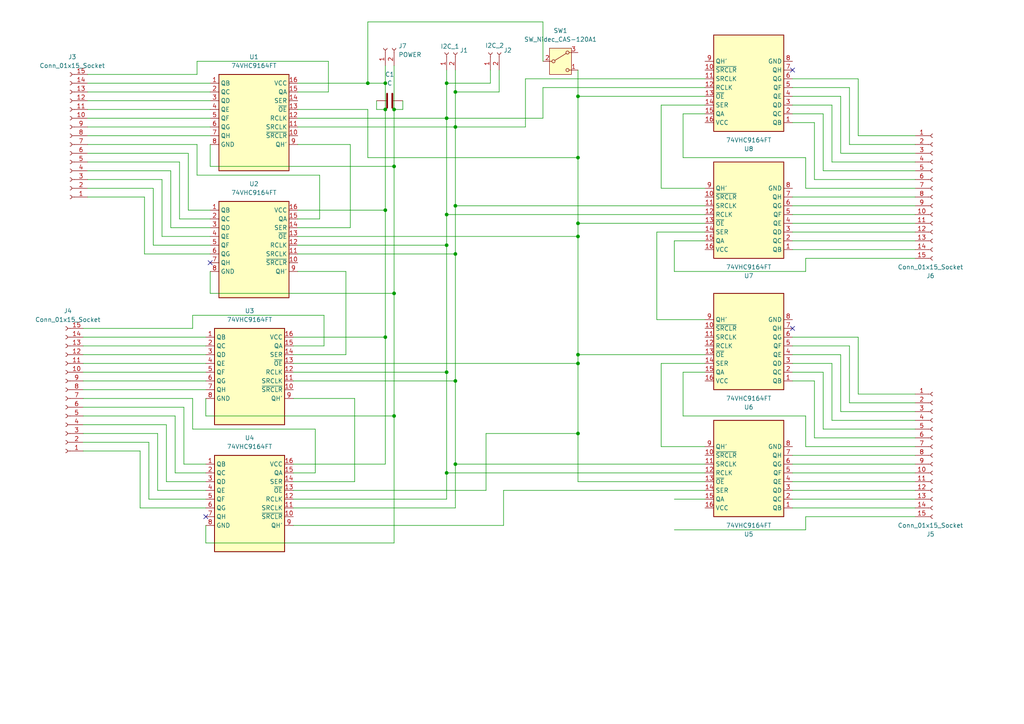
<source format=kicad_sch>
(kicad_sch (version 20231120) (generator "eeschema") (generator_version "8.0")
  (paper "A4")
  (lib_symbols
    (symbol "00_a:U74HC595A"
      (property "Reference" "U" (at 5.08 16.51 0))
      (property "Value" "U74HC595A" (at -8.89 16.51 0))
      (symbol "U74HC595A_1_1"
        (rectangle (start -10.16 12.7) (end 10.16 -15.24) (stroke (width 0.254)) (fill (type background)))
        (pin output line (at -12.7 10.16 0) (length 2.54) (name "QB") (number "1"))
        (pin bidirectional line (at 12.7 -5.08 180) (length 2.54) (name "~{SRCLR}") (number "10"))
        (pin bidirectional line (at 12.7 -2.54 180) (length 2.54) (name "SRCLK") (number "11"))
        (pin bidirectional line (at 12.7 0 180) (length 2.54) (name "RCLK") (number "12"))
        (pin bidirectional line (at 12.7 2.54 180) (length 2.54) (name "~{OE}") (number "13"))
        (pin output line (at 12.7 5.08 180) (length 2.54) (name "SER") (number "14"))
        (pin output line (at 12.7 7.62 180) (length 2.54) (name "QA") (number "15"))
        (pin power_in line (at 12.7 10.16 180) (length 2.54) (name "VCC") (number "16"))
        (pin output line (at -12.7 7.62 0) (length 2.54) (name "QC") (number "2"))
        (pin output line (at -12.7 5.08 0) (length 2.54) (name "QD") (number "3"))
        (pin output line (at -12.7 2.54 0) (length 2.54) (name "QE") (number "4"))
        (pin output line (at -12.7 0 0) (length 2.54) (name "QF") (number "5"))
        (pin output line (at -12.7 -2.54 0) (length 2.54) (name "QG") (number "6"))
        (pin output line (at -12.7 -5.08 0) (length 2.54) (name "QH") (number "7"))
        (pin power_in line (at -12.7 -7.62 0) (length 2.54) (name "GND") (number "8"))
        (pin bidirectional line (at 12.7 -7.62 180) (length 2.54) (name "QH'") (number "9"))
      )
    )
    (symbol "Connector:Conn_01x02_Socket" (pin_names (offset 1.016) hide)
      (property "Reference" "J" (at 0 2.54 0))
      (property "Value" "Conn_01x02_Socket" (at 0 -5.08 0))
      (symbol "Conn_01x02_Socket_1_1"
        (arc (start 0 -2.032) (mid -0.5058 -2.54) (end 0 -3.048) (stroke (width 0.1524)))
        (polyline (pts (xy -1.27 -2.54) (xy -0.508 -2.54)) (stroke (width 0.1524)))
        (polyline (pts (xy -1.27 0) (xy -0.508 0)) (stroke (width 0.1524)))
        (arc (start 0 0.508) (mid -0.5058 0) (end 0 -0.508) (stroke (width 0.1524)))
        (pin passive line (at -5.08 0 0) (length 3.81) (name "Pin_1") (number "1"))
        (pin passive line (at -5.08 -2.54 0) (length 3.81) (name "Pin_2") (number "2"))
      )
    )
    (symbol "Connector:Conn_01x15_Socket" (pin_names (offset 1.016) hide)
      (property "Reference" "J" (at 0 20.32 0))
      (property "Value" "Conn_01x15_Socket" (at 0 -20.32 0))
      (symbol "Conn_01x15_Socket_1_1"
        (arc (start 0 -17.272) (mid -0.5058 -17.78) (end 0 -18.288) (stroke (width 0.1524)))
        (arc (start 0 -14.732) (mid -0.5058 -15.24) (end 0 -15.748) (stroke (width 0.1524)))
        (arc (start 0 -12.192) (mid -0.5058 -12.7) (end 0 -13.208) (stroke (width 0.1524)))
        (arc (start 0 -9.652) (mid -0.5058 -10.16) (end 0 -10.668) (stroke (width 0.1524)))
        (arc (start 0 -7.112) (mid -0.5058 -7.62) (end 0 -8.128) (stroke (width 0.1524)))
        (arc (start 0 -4.572) (mid -0.5058 -5.08) (end 0 -5.588) (stroke (width 0.1524)))
        (arc (start 0 -2.032) (mid -0.5058 -2.54) (end 0 -3.048) (stroke (width 0.1524)))
        (polyline (pts (xy -1.27 -17.78) (xy -0.508 -17.78)) (stroke (width 0.1524)))
        (polyline (pts (xy -1.27 -15.24) (xy -0.508 -15.24)) (stroke (width 0.1524)))
        (polyline (pts (xy -1.27 -12.7) (xy -0.508 -12.7)) (stroke (width 0.1524)))
        (polyline (pts (xy -1.27 -10.16) (xy -0.508 -10.16)) (stroke (width 0.1524)))
        (polyline (pts (xy -1.27 -7.62) (xy -0.508 -7.62)) (stroke (width 0.1524)))
        (polyline (pts (xy -1.27 -5.08) (xy -0.508 -5.08)) (stroke (width 0.1524)))
        (polyline (pts (xy -1.27 -2.54) (xy -0.508 -2.54)) (stroke (width 0.1524)))
        (polyline (pts (xy -1.27 0) (xy -0.508 0)) (stroke (width 0.1524)))
        (polyline (pts (xy -1.27 2.54) (xy -0.508 2.54)) (stroke (width 0.1524)))
        (polyline (pts (xy -1.27 5.08) (xy -0.508 5.08)) (stroke (width 0.1524)))
        (polyline (pts (xy -1.27 7.62) (xy -0.508 7.62)) (stroke (width 0.1524)))
        (polyline (pts (xy -1.27 10.16) (xy -0.508 10.16)) (stroke (width 0.1524)))
        (polyline (pts (xy -1.27 12.7) (xy -0.508 12.7)) (stroke (width 0.1524)))
        (polyline (pts (xy -1.27 15.24) (xy -0.508 15.24)) (stroke (width 0.1524)))
        (polyline (pts (xy -1.27 17.78) (xy -0.508 17.78)) (stroke (width 0.1524)))
        (arc (start 0 0.508) (mid -0.5058 0) (end 0 -0.508) (stroke (width 0.1524)))
        (arc (start 0 3.048) (mid -0.5058 2.54) (end 0 2.032) (stroke (width 0.1524)))
        (arc (start 0 5.588) (mid -0.5058 5.08) (end 0 4.572) (stroke (width 0.1524)))
        (arc (start 0 8.128) (mid -0.5058 7.62) (end 0 7.112) (stroke (width 0.1524)))
        (arc (start 0 10.668) (mid -0.5058 10.16) (end 0 9.652) (stroke (width 0.1524)))
        (arc (start 0 13.208) (mid -0.5058 12.7) (end 0 12.192) (stroke (width 0.1524)))
        (arc (start 0 15.748) (mid -0.5058 15.24) (end 0 14.732) (stroke (width 0.1524)))
        (arc (start 0 18.288) (mid -0.5058 17.78) (end 0 17.272) (stroke (width 0.1524)))
        (pin passive line (at -5.08 17.78 0) (length 3.81) (name "Pin_1") (number "1"))
        (pin passive line (at -5.08 -5.08 0) (length 3.81) (name "Pin_10") (number "10"))
        (pin passive line (at -5.08 -7.62 0) (length 3.81) (name "Pin_11") (number "11"))
        (pin passive line (at -5.08 -10.16 0) (length 3.81) (name "Pin_12") (number "12"))
        (pin passive line (at -5.08 -12.7 0) (length 3.81) (name "Pin_13") (number "13"))
        (pin passive line (at -5.08 -15.24 0) (length 3.81) (name "Pin_14") (number "14"))
        (pin passive line (at -5.08 -17.78 0) (length 3.81) (name "Pin_15") (number "15"))
        (pin passive line (at -5.08 15.24 0) (length 3.81) (name "Pin_2") (number "2"))
        (pin passive line (at -5.08 12.7 0) (length 3.81) (name "Pin_3") (number "3"))
        (pin passive line (at -5.08 10.16 0) (length 3.81) (name "Pin_4") (number "4"))
        (pin passive line (at -5.08 7.62 0) (length 3.81) (name "Pin_5") (number "5"))
        (pin passive line (at -5.08 5.08 0) (length 3.81) (name "Pin_6") (number "6"))
        (pin passive line (at -5.08 2.54 0) (length 3.81) (name "Pin_7") (number "7"))
        (pin passive line (at -5.08 0 0) (length 3.81) (name "Pin_8") (number "8"))
        (pin passive line (at -5.08 -2.54 0) (length 3.81) (name "Pin_9") (number "9"))
      )
    )
    (symbol "Device:C" (pin_numbers hide) (pin_names (offset 0.254))
      (property "Reference" "C" (at 0.635 2.54 0))
      (property "Value" "C" (at 0.635 -2.54 0))
      (symbol "C_0_1"
        (polyline (pts (xy -2.032 -0.762) (xy 2.032 -0.762)) (stroke (width 0.508)))
        (polyline (pts (xy -2.032 0.762) (xy 2.032 0.762)) (stroke (width 0.508)))
      )
      (symbol "C_1_1"
        (pin passive line (at 0 3.81 270) (length 2.794) (name "~") (number "1"))
        (pin passive line (at 0 -3.81 90) (length 2.794) (name "~") (number "2"))
      )
    )
    (symbol "Switch:SW_Nidec_CAS-120A1" (pin_names (offset 1) hide)
      (property "Reference" "SW" (at 0 4.318 0))
      (property "Value" "SW_Nidec_CAS-120A1" (at 0 -5.08 0))
      (symbol "SW_Nidec_CAS-120A1_0_1"
        (circle (center -2.032 0) (radius 0.4572))
        (polyline (pts (xy -1.651 0.254) (xy 1.651 2.286)))
        (circle (center 2.032 -2.54) (radius 0.4572))
        (circle (center 2.032 2.54) (radius 0.4572))
      )
      (symbol "SW_Nidec_CAS-120A1_1_1"
        (rectangle (start -3.175 3.81) (end 3.175 -3.81) (fill (type background)))
        (pin passive line (at 5.08 -2.54 180) (length 2.54) (name "C") (number "1"))
        (pin passive line (at -5.08 0 0) (length 2.54) (name "B") (number "2"))
        (pin passive line (at 5.08 2.54 180) (length 2.54) (name "A") (number "3"))
      )
    )
  )
  (junction (at 111.76 97.79))
  (junction (at 129.54 71.12))
  (junction (at 167.64 27.94))
  (junction (at 132.08 110.49))
  (junction (at 132.08 73.66))
  (junction (at 129.54 107.95))
  (junction (at 167.64 105.41))
  (junction (at 106.68 24.13))
  (junction (at 167.64 64.77))
  (junction (at 167.64 68.58))
  (junction (at 132.08 36.83))
  (junction (at 129.54 62.23))
  (junction (at 114.3 48.26))
  (junction (at 114.3 85.09))
  (junction (at 129.54 24.13))
  (junction (at 132.08 59.69))
  (junction (at 167.64 125.73))
  (junction (at 167.64 102.87))
  (junction (at 132.08 26.67))
  (junction (at 111.76 31.75))
  (junction (at 167.64 45.72))
  (junction (at 114.3 120.65))
  (junction (at 114.3 31.75))
  (junction (at 132.08 134.62))
  (junction (at 111.76 60.96))
  (junction (at 129.54 34.29))
  (junction (at 129.54 137.16))
  (junction (at 111.76 24.13))
  (no_connect (at 59.69 149.86))
  (no_connect (at 229.87 95.25))
  (no_connect (at 60.96 76.2))
  (no_connect (at 229.87 20.32))
  (wire (pts (xy 132.08 134.62) (xy 204.47 134.62)))
  (wire (pts (xy 243.84 102.87) (xy 243.84 119.38)))
  (wire (pts (xy 265.43 142.24) (xy 229.87 142.24)))
  (wire (pts (xy 86.36 68.58) (xy 167.64 68.58)))
  (wire (pts (xy 60.96 60.96) (xy 54.61 60.96)))
  (wire (pts (xy 60.96 73.66) (xy 41.91 73.66)))
  (wire (pts (xy 111.76 24.13) (xy 111.76 19.05)))
  (wire (pts (xy 43.18 128.27) (xy 24.13 128.27)))
  (wire (pts (xy 85.09 152.4) (xy 146.05 152.4)))
  (wire (pts (xy 48.26 123.19) (xy 24.13 123.19)))
  (wire (pts (xy 59.69 120.65) (xy 114.3 120.65)))
  (wire (pts (xy 55.88 95.25) (xy 55.88 91.44)))
  (wire (pts (xy 190.5 92.71) (xy 190.5 67.31)))
  (wire (pts (xy 57.15 17.78) (xy 95.25 17.78)))
  (wire (pts (xy 129.54 24.13) (xy 129.54 20.32)))
  (wire (pts (xy 59.69 147.32) (xy 40.64 147.32)))
  (wire (pts (xy 190.5 67.31) (xy 204.47 67.31)))
  (wire (pts (xy 248.92 97.79) (xy 248.92 114.3)))
  (wire (pts (xy 49.53 66.04) (xy 49.53 49.53)))
  (wire (pts (xy 86.36 66.04) (xy 101.6 66.04)))
  (wire (pts (xy 142.24 24.13) (xy 129.54 24.13)))
  (wire (pts (xy 152.4 22.86) (xy 152.4 36.83)))
  (wire (pts (xy 86.36 73.66) (xy 132.08 73.66)))
  (wire (pts (xy 132.08 26.67) (xy 132.08 20.32)))
  (wire (pts (xy 55.88 91.44) (xy 93.98 91.44)))
  (wire (pts (xy 25.4 29.21) (xy 60.96 29.21)))
  (wire (pts (xy 111.76 60.96) (xy 86.36 60.96)))
  (wire (pts (xy 204.47 92.71) (xy 190.5 92.71)))
  (wire (pts (xy 129.54 107.95) (xy 129.54 137.16)))
  (wire (pts (xy 243.84 119.38) (xy 265.43 119.38)))
  (wire (pts (xy 111.76 97.79) (xy 85.09 97.79)))
  (wire (pts (xy 195.58 144.78) (xy 204.47 144.78)))
  (wire (pts (xy 146.05 142.24) (xy 204.47 142.24)))
  (wire (pts (xy 25.4 36.83) (xy 60.96 36.83)))
  (wire (pts (xy 265.43 134.62) (xy 229.87 134.62)))
  (wire (pts (xy 95.25 17.78) (xy 95.25 26.67)))
  (wire (pts (xy 25.4 39.37) (xy 60.96 39.37)))
  (wire (pts (xy 106.68 6.35) (xy 106.68 24.13)))
  (wire (pts (xy 92.71 63.5) (xy 92.71 50.8)))
  (wire (pts (xy 243.84 27.94) (xy 243.84 44.45)))
  (wire (pts (xy 91.44 124.46) (xy 55.88 124.46)))
  (wire (pts (xy 92.71 50.8) (xy 57.15 50.8)))
  (wire (pts (xy 24.13 100.33) (xy 59.69 100.33)))
  (wire (pts (xy 60.96 68.58) (xy 46.99 68.58)))
  (wire (pts (xy 198.12 45.72) (xy 233.68 45.72)))
  (wire (pts (xy 59.69 137.16) (xy 50.8 137.16)))
  (wire (pts (xy 246.38 116.84) (xy 265.43 116.84)))
  (wire (pts (xy 114.3 120.65) (xy 114.3 85.09)))
  (wire (pts (xy 25.4 26.67) (xy 60.96 26.67)))
  (wire (pts (xy 265.43 149.86) (xy 233.68 149.86)))
  (wire (pts (xy 60.96 71.12) (xy 44.45 71.12)))
  (wire (pts (xy 95.25 26.67) (xy 86.36 26.67)))
  (wire (pts (xy 60.96 85.09) (xy 114.3 85.09)))
  (wire (pts (xy 45.72 142.24) (xy 45.72 125.73)))
  (wire (pts (xy 52.07 63.5) (xy 52.07 46.99)))
  (wire (pts (xy 229.87 110.49) (xy 236.22 110.49)))
  (wire (pts (xy 54.61 44.45) (xy 25.4 44.45)))
  (wire (pts (xy 233.68 78.74) (xy 195.58 78.74)))
  (wire (pts (xy 25.4 24.13) (xy 60.96 24.13)))
  (wire (pts (xy 236.22 52.07) (xy 265.43 52.07)))
  (wire (pts (xy 152.4 36.83) (xy 132.08 36.83)))
  (wire (pts (xy 229.87 102.87) (xy 243.84 102.87)))
  (wire (pts (xy 157.48 17.78) (xy 157.48 6.35)))
  (wire (pts (xy 60.96 78.74) (xy 60.96 85.09)))
  (wire (pts (xy 86.36 63.5) (xy 92.71 63.5)))
  (wire (pts (xy 85.09 110.49) (xy 132.08 110.49)))
  (wire (pts (xy 91.44 137.16) (xy 91.44 124.46)))
  (wire (pts (xy 229.87 107.95) (xy 238.76 107.95)))
  (wire (pts (xy 59.69 134.62) (xy 53.34 134.62)))
  (wire (pts (xy 43.18 144.78) (xy 43.18 128.27)))
  (wire (pts (xy 229.87 33.02) (xy 238.76 33.02)))
  (wire (pts (xy 57.15 50.8) (xy 57.15 41.91)))
  (wire (pts (xy 111.76 97.79) (xy 111.76 134.62)))
  (wire (pts (xy 195.58 69.85) (xy 204.47 69.85)))
  (wire (pts (xy 86.36 24.13) (xy 106.68 24.13)))
  (wire (pts (xy 24.13 97.79) (xy 59.69 97.79)))
  (wire (pts (xy 57.15 21.59) (xy 57.15 17.78)))
  (wire (pts (xy 229.87 35.56) (xy 236.22 35.56)))
  (wire (pts (xy 44.45 71.12) (xy 44.45 54.61)))
  (wire (pts (xy 49.53 49.53) (xy 25.4 49.53)))
  (wire (pts (xy 106.68 24.13) (xy 111.76 24.13)))
  (wire (pts (xy 44.45 54.61) (xy 25.4 54.61)))
  (wire (pts (xy 85.09 137.16) (xy 91.44 137.16)))
  (wire (pts (xy 241.3 46.99) (xy 265.43 46.99)))
  (wire (pts (xy 40.64 147.32) (xy 40.64 130.81)))
  (wire (pts (xy 265.43 67.31) (xy 229.87 67.31)))
  (wire (pts (xy 111.76 31.75) (xy 111.76 60.96)))
  (wire (pts (xy 233.68 129.54) (xy 265.43 129.54)))
  (wire (pts (xy 248.92 22.86) (xy 248.92 39.37)))
  (wire (pts (xy 167.64 64.77) (xy 167.64 68.58)))
  (wire (pts (xy 191.77 105.41) (xy 204.47 105.41)))
  (wire (pts (xy 132.08 59.69) (xy 132.08 36.83)))
  (wire (pts (xy 52.07 46.99) (xy 25.4 46.99)))
  (wire (pts (xy 24.13 102.87) (xy 59.69 102.87)))
  (wire (pts (xy 265.43 139.7) (xy 229.87 139.7)))
  (wire (pts (xy 265.43 147.32) (xy 229.87 147.32)))
  (wire (pts (xy 198.12 107.95) (xy 198.12 120.65)))
  (wire (pts (xy 238.76 33.02) (xy 238.76 49.53)))
  (wire (pts (xy 157.48 34.29) (xy 129.54 34.29)))
  (wire (pts (xy 60.96 66.04) (xy 49.53 66.04)))
  (wire (pts (xy 40.64 130.81) (xy 24.13 130.81)))
  (wire (pts (xy 204.47 22.86) (xy 152.4 22.86)))
  (wire (pts (xy 191.77 30.48) (xy 204.47 30.48)))
  (wire (pts (xy 198.12 120.65) (xy 233.68 120.65)))
  (wire (pts (xy 265.43 64.77) (xy 229.87 64.77)))
  (wire (pts (xy 59.69 157.48) (xy 114.3 157.48)))
  (wire (pts (xy 111.76 134.62) (xy 85.09 134.62)))
  (wire (pts (xy 114.3 157.48) (xy 114.3 120.65)))
  (wire (pts (xy 248.92 39.37) (xy 265.43 39.37)))
  (wire (pts (xy 265.43 132.08) (xy 229.87 132.08)))
  (wire (pts (xy 59.69 142.24) (xy 45.72 142.24)))
  (wire (pts (xy 46.99 68.58) (xy 46.99 52.07)))
  (wire (pts (xy 167.64 20.32) (xy 167.64 27.94)))
  (wire (pts (xy 132.08 147.32) (xy 132.08 134.62)))
  (wire (pts (xy 241.3 121.92) (xy 265.43 121.92)))
  (wire (pts (xy 24.13 110.49) (xy 59.69 110.49)))
  (wire (pts (xy 60.96 48.26) (xy 114.3 48.26)))
  (wire (pts (xy 233.68 74.93) (xy 233.68 78.74)))
  (wire (pts (xy 265.43 72.39) (xy 229.87 72.39)))
  (wire (pts (xy 167.64 125.73) (xy 167.64 139.7)))
  (wire (pts (xy 140.97 125.73) (xy 167.64 125.73)))
  (wire (pts (xy 140.97 142.24) (xy 140.97 125.73)))
  (wire (pts (xy 24.13 107.95) (xy 59.69 107.95)))
  (wire (pts (xy 204.47 33.02) (xy 198.12 33.02)))
  (wire (pts (xy 157.48 25.4) (xy 157.48 34.29)))
  (wire (pts (xy 85.09 142.24) (xy 140.97 142.24)))
  (wire (pts (xy 233.68 149.86) (xy 233.68 153.67)))
  (wire (pts (xy 246.38 100.33) (xy 246.38 116.84)))
  (wire (pts (xy 85.09 105.41) (xy 167.64 105.41)))
  (wire (pts (xy 85.09 147.32) (xy 132.08 147.32)))
  (wire (pts (xy 229.87 27.94) (xy 243.84 27.94)))
  (wire (pts (xy 204.47 54.61) (xy 191.77 54.61)))
  (wire (pts (xy 265.43 137.16) (xy 229.87 137.16)))
  (wire (pts (xy 265.43 69.85) (xy 229.87 69.85)))
  (wire (pts (xy 106.68 45.72) (xy 167.64 45.72)))
  (wire (pts (xy 129.54 34.29) (xy 129.54 24.13)))
  (wire (pts (xy 129.54 71.12) (xy 86.36 71.12)))
  (wire (pts (xy 129.54 144.78) (xy 85.09 144.78)))
  (wire (pts (xy 198.12 33.02) (xy 198.12 45.72)))
  (wire (pts (xy 25.4 31.75) (xy 60.96 31.75)))
  (wire (pts (xy 116.84 29.21) (xy 116.84 31.75)))
  (wire (pts (xy 204.47 25.4) (xy 157.48 25.4)))
  (wire (pts (xy 265.43 62.23) (xy 229.87 62.23)))
  (wire (pts (xy 111.76 60.96) (xy 111.76 97.79)))
  (wire (pts (xy 59.69 139.7) (xy 48.26 139.7)))
  (wire (pts (xy 229.87 25.4) (xy 246.38 25.4)))
  (wire (pts (xy 129.54 137.16) (xy 129.54 144.78)))
  (wire (pts (xy 229.87 22.86) (xy 248.92 22.86)))
  (wire (pts (xy 129.54 107.95) (xy 85.09 107.95)))
  (wire (pts (xy 236.22 110.49) (xy 236.22 127)))
  (wire (pts (xy 229.87 105.41) (xy 241.3 105.41)))
  (wire (pts (xy 86.36 78.74) (xy 100.33 78.74)))
  (wire (pts (xy 246.38 41.91) (xy 265.43 41.91)))
  (wire (pts (xy 129.54 62.23) (xy 204.47 62.23)))
  (wire (pts (xy 157.48 6.35) (xy 106.68 6.35)))
  (wire (pts (xy 167.64 45.72) (xy 167.64 64.77)))
  (wire (pts (xy 55.88 115.57) (xy 24.13 115.57)))
  (wire (pts (xy 102.87 139.7) (xy 85.09 139.7)))
  (wire (pts (xy 101.6 41.91) (xy 86.36 41.91)))
  (wire (pts (xy 24.13 113.03) (xy 59.69 113.03)))
  (wire (pts (xy 132.08 59.69) (xy 204.47 59.69)))
  (wire (pts (xy 167.64 139.7) (xy 204.47 139.7)))
  (wire (pts (xy 25.4 21.59) (xy 57.15 21.59)))
  (wire (pts (xy 109.22 31.75) (xy 111.76 31.75)))
  (wire (pts (xy 114.3 85.09) (xy 114.3 48.26)))
  (wire (pts (xy 48.26 139.7) (xy 48.26 123.19)))
  (wire (pts (xy 167.64 102.87) (xy 167.64 105.41)))
  (wire (pts (xy 248.92 114.3) (xy 265.43 114.3)))
  (wire (pts (xy 102.87 115.57) (xy 102.87 139.7)))
  (wire (pts (xy 109.22 29.21) (xy 109.22 31.75)))
  (wire (pts (xy 167.64 102.87) (xy 204.47 102.87)))
  (wire (pts (xy 45.72 125.73) (xy 24.13 125.73)))
  (wire (pts (xy 167.64 27.94) (xy 204.47 27.94)))
  (wire (pts (xy 93.98 100.33) (xy 85.09 100.33)))
  (wire (pts (xy 238.76 124.46) (xy 265.43 124.46)))
  (wire (pts (xy 132.08 134.62) (xy 132.08 110.49)))
  (wire (pts (xy 265.43 57.15) (xy 229.87 57.15)))
  (wire (pts (xy 100.33 102.87) (xy 85.09 102.87)))
  (wire (pts (xy 24.13 105.41) (xy 59.69 105.41)))
  (wire (pts (xy 233.68 153.67) (xy 195.58 153.67)))
  (wire (pts (xy 238.76 107.95) (xy 238.76 124.46)))
  (wire (pts (xy 53.34 118.11) (xy 24.13 118.11)))
  (wire (pts (xy 229.87 30.48) (xy 241.3 30.48)))
  (wire (pts (xy 41.91 73.66) (xy 41.91 57.15)))
  (wire (pts (xy 111.76 24.13) (xy 111.76 31.75)))
  (wire (pts (xy 116.84 31.75) (xy 114.3 31.75)))
  (wire (pts (xy 191.77 129.54) (xy 191.77 105.41)))
  (wire (pts (xy 167.64 68.58) (xy 167.64 102.87)))
  (wire (pts (xy 100.33 78.74) (xy 100.33 102.87)))
  (wire (pts (xy 229.87 100.33) (xy 246.38 100.33)))
  (wire (pts (xy 236.22 127) (xy 265.43 127)))
  (wire (pts (xy 129.54 62.23) (xy 129.54 71.12)))
  (wire (pts (xy 144.78 26.67) (xy 132.08 26.67)))
  (wire (pts (xy 246.38 25.4) (xy 246.38 41.91)))
  (wire (pts (xy 265.43 144.78) (xy 229.87 144.78)))
  (wire (pts (xy 195.58 69.85) (xy 195.58 78.74)))
  (wire (pts (xy 114.3 48.26) (xy 114.3 31.75)))
  (wire (pts (xy 93.98 91.44) (xy 93.98 100.33)))
  (wire (pts (xy 57.15 41.91) (xy 25.4 41.91)))
  (wire (pts (xy 233.68 54.61) (xy 265.43 54.61)))
  (wire (pts (xy 132.08 36.83) (xy 132.08 26.67)))
  (wire (pts (xy 167.64 64.77) (xy 204.47 64.77)))
  (wire (pts (xy 50.8 120.65) (xy 24.13 120.65)))
  (wire (pts (xy 114.3 31.75) (xy 114.3 19.05)))
  (wire (pts (xy 55.88 124.46) (xy 55.88 115.57)))
  (wire (pts (xy 59.69 152.4) (xy 59.69 157.48)))
  (wire (pts (xy 204.47 129.54) (xy 191.77 129.54)))
  (wire (pts (xy 59.69 115.57) (xy 59.69 120.65)))
  (wire (pts (xy 46.99 52.07) (xy 25.4 52.07)))
  (wire (pts (xy 50.8 137.16) (xy 50.8 120.65)))
  (wire (pts (xy 204.47 107.95) (xy 198.12 107.95)))
  (wire (pts (xy 132.08 73.66) (xy 132.08 59.69)))
  (wire (pts (xy 86.36 31.75) (xy 106.68 31.75)))
  (wire (pts (xy 60.96 63.5) (xy 52.07 63.5)))
  (wire (pts (xy 85.09 115.57) (xy 102.87 115.57)))
  (wire (pts (xy 101.6 66.04) (xy 101.6 41.91)))
  (wire (pts (xy 24.13 95.25) (xy 55.88 95.25)))
  (wire (pts (xy 129.54 34.29) (xy 129.54 62.23)))
  (wire (pts (xy 167.64 105.41) (xy 167.64 125.73)))
  (wire (pts (xy 146.05 152.4) (xy 146.05 142.24)))
  (wire (pts (xy 265.43 74.93) (xy 233.68 74.93)))
  (wire (pts (xy 191.77 54.61) (xy 191.77 30.48)))
  (wire (pts (xy 243.84 44.45) (xy 265.43 44.45)))
  (wire (pts (xy 106.68 31.75) (xy 106.68 45.72)))
  (wire (pts (xy 238.76 49.53) (xy 265.43 49.53)))
  (wire (pts (xy 60.96 41.91) (xy 60.96 48.26)))
  (wire (pts (xy 241.3 105.41) (xy 241.3 121.92)))
  (wire (pts (xy 129.54 137.16) (xy 204.47 137.16)))
  (wire (pts (xy 144.78 20.32) (xy 144.78 26.67)))
  (wire (pts (xy 53.34 134.62) (xy 53.34 118.11)))
  (wire (pts (xy 132.08 110.49) (xy 132.08 73.66)))
  (wire (pts (xy 54.61 60.96) (xy 54.61 44.45)))
  (wire (pts (xy 86.36 36.83) (xy 132.08 36.83)))
  (wire (pts (xy 86.36 34.29) (xy 129.54 34.29)))
  (wire (pts (xy 25.4 34.29) (xy 60.96 34.29)))
  (wire (pts (xy 233.68 120.65) (xy 233.68 129.54)))
  (wire (pts (xy 265.43 59.69) (xy 229.87 59.69)))
  (wire (pts (xy 229.87 97.79) (xy 248.92 97.79)))
  (wire (pts (xy 129.54 71.12) (xy 129.54 107.95)))
  (wire (pts (xy 59.69 144.78) (xy 43.18 144.78)))
  (wire (pts (xy 241.3 30.48) (xy 241.3 46.99)))
  (wire (pts (xy 236.22 35.56) (xy 236.22 52.07)))
  (wire (pts (xy 142.24 20.32) (xy 142.24 24.13)))
  (wire (pts (xy 167.64 27.94) (xy 167.64 45.72)))
  (wire (pts (xy 41.91 57.15) (xy 25.4 57.15)))
  (wire (pts (xy 233.68 45.72) (xy 233.68 54.61)))
  (symbol (lib_id "00_a:U74HC595A") (at 217.17 62.23 180) (unit 1)
    (property "Reference" "U7" (at 217.17 80.01 0))
    (property "Value" "74VHC9164FT" (at 217.17 77.47 0))
    (property "Footprint" "Package_SO:TSSOP-16_4.4x5mm_P0.65mm" (effects (hide yes)))
    (property "Datasheet" "https://toshiba.semicon-storage.com/info/docget.jsp?did=15655&prodName=74VHC9164FT" (effects (hide yes)))
    (property "Description" "8-bit Universal Shift Register, 2V to 5.5V, TSSOP-16" (effects (hide yes)))
  )
  (symbol (lib_id "00_a:U74HC595A") (at 217.17 100.33 180) (unit 1)
    (property "Reference" "U6" (at 217.17 118.11 0))
    (property "Value" "74VHC9164FT" (at 217.17 115.57 0))
    (property "Footprint" "Package_SO:TSSOP-16_4.4x5mm_P0.65mm" (effects (hide yes)))
    (property "Datasheet" "https://toshiba.semicon-storage.com/info/docget.jsp?did=15655&prodName=74VHC9164FT" (effects (hide yes)))
    (property "Description" "8-bit Universal Shift Register, 2V to 5.5V, TSSOP-16" (effects (hide yes)))
  )
  (symbol (lib_id "00_a:U74HC595A") (at 217.17 137.16 180) (unit 1)
    (property "Reference" "U5" (at 217.17 154.94 0))
    (property "Value" "74VHC9164FT" (at 217.17 152.4 0))
    (property "Footprint" "Package_SO:TSSOP-16_4.4x5mm_P0.65mm" (effects (hide yes)))
    (property "Datasheet" "https://toshiba.semicon-storage.com/info/docget.jsp?did=15655&prodName=74VHC9164FT" (effects (hide yes)))
    (property "Description" "8-bit Universal Shift Register, 2V to 5.5V, TSSOP-16" (effects (hide yes)))
  )
  (symbol (lib_id "Connector:Conn_01x15_Socket") (at 270.51 57.15 0) (unit 1)
    (property "Reference" "J6" (at 269.875 80.01 0))
    (property "Value" "Conn_01x15_Socket" (at 269.875 77.47 0))
    (property "Description" "Generic connector, single row, 01x15, script generated" (effects (hide yes)))
  )
  (symbol (lib_id "Connector:Conn_01x02_Socket") (at 142.24 15.24 90) (unit 1)
    (property "Reference" "J2" (at 146.05 14.6049 90) (effects (justify right)))
    (property "Value" "I2C_2" (at 140.716 13.208 90) (effects (justify right)))
    (property "Description" "Generic connector, single row, 01x02, script generated" (effects (hide yes)))
  )
  (symbol (lib_id "Connector:Conn_01x15_Socket") (at 20.32 39.37 180) (unit 1)
    (property "Reference" "J3" (at 20.955 16.51 0))
    (property "Value" "Conn_01x15_Socket" (at 20.955 19.05 0))
    (property "Description" "Generic connector, single row, 01x15, script generated" (effects (hide yes)))
  )
  (symbol (lib_id "Connector:Conn_01x15_Socket") (at 270.51 132.08 0) (unit 1)
    (property "Reference" "J5" (at 269.875 154.94 0))
    (property "Value" "Conn_01x15_Socket" (at 269.875 152.4 0))
    (property "Description" "Generic connector, single row, 01x15, script generated" (effects (hide yes)))
  )
  (symbol (lib_id "Switch:SW_Nidec_CAS-120A1") (at 162.56 17.78 0) (unit 1)
    (property "Reference" "SW1" (at 162.56 8.89 0))
    (property "Value" "SW_Nidec_CAS-120A1" (at 162.56 11.43 0))
    (property "Footprint" "Button_Switch_SMD:Nidec_Copal_CAS-120A" (effects (hide yes)))
    (property "Datasheet" "https://www.nidec-components.com/e/catalog/switch/cas.pdf" (effects (hide yes)))
    (property "Description" "Switch, single pole double throw" (effects (hide yes)))
  )
  (symbol (lib_id "Device:C") (at 113.03 29.21 90) (unit 1)
    (property "Reference" "C1" (at 113.03 21.59 90))
    (property "Value" "C" (at 113.03 24.13 90))
    (property "Description" "Unpolarized capacitor" (effects (hide yes)))
  )
  (symbol (lib_id "Connector:Conn_01x15_Socket") (at 19.05 113.03 180) (unit 1)
    (property "Reference" "J4" (at 19.685 90.17 0))
    (property "Value" "Conn_01x15_Socket" (at 19.685 92.71 0))
    (property "Description" "Generic connector, single row, 01x15, script generated" (effects (hide yes)))
  )
  (symbol (lib_id "Connector:Conn_01x02_Socket") (at 111.76 13.97 90) (unit 1)
    (property "Reference" "J7" (at 115.57 13.3349 90) (effects (justify right)))
    (property "Value" "POWER" (at 115.57 15.8749 90) (effects (justify right)))
    (property "Description" "Generic connector, single row, 01x02, script generated" (effects (hide yes)))
  )
  (symbol (lib_id "00_a:U74HC595A") (at 72.39 144.78 0) (unit 1)
    (property "Reference" "U4" (at 72.39 127 0))
    (property "Value" "74VHC9164FT" (at 72.39 129.54 0))
    (property "Footprint" "Package_SO:TSSOP-16_4.4x5mm_P0.65mm" (effects (hide yes)))
    (property "Datasheet" "https://toshiba.semicon-storage.com/info/docget.jsp?did=15655&prodName=74VHC9164FT" (effects (hide yes)))
    (property "Description" "8-bit Universal Shift Register, 2V to 5.5V, TSSOP-16" (effects (hide yes)))
  )
  (symbol (lib_id "00_a:U74HC595A") (at 217.17 25.4 180) (unit 1)
    (property "Reference" "U8" (at 217.17 43.18 0))
    (property "Value" "74VHC9164FT" (at 217.17 40.64 0))
    (property "Footprint" "Package_SO:TSSOP-16_4.4x5mm_P0.65mm" (effects (hide yes)))
    (property "Datasheet" "https://toshiba.semicon-storage.com/info/docget.jsp?did=15655&prodName=74VHC9164FT" (effects (hide yes)))
    (property "Description" "8-bit Universal Shift Register, 2V to 5.5V, TSSOP-16" (effects (hide yes)))
  )
  (symbol (lib_id "00_a:U74HC595A") (at 72.39 107.95 0) (unit 1)
    (property "Reference" "U3" (at 72.39 90.17 0))
    (property "Value" "74VHC9164FT" (at 72.39 92.71 0))
    (property "Footprint" "Package_SO:TSSOP-16_4.4x5mm_P0.65mm" (effects (hide yes)))
    (property "Datasheet" "https://toshiba.semicon-storage.com/info/docget.jsp?did=15655&prodName=74VHC9164FT" (effects (hide yes)))
    (property "Description" "8-bit Universal Shift Register, 2V to 5.5V, TSSOP-16" (effects (hide yes)))
  )
  (symbol (lib_id "Connector:Conn_01x02_Socket") (at 129.54 15.24 90) (unit 1)
    (property "Reference" "J1" (at 133.35 14.6049 90) (effects (justify right)))
    (property "Value" "I2C_1" (at 127.762 13.462 90) (effects (justify right)))
    (property "Description" "Generic connector, single row, 01x02, script generated" (effects (hide yes)))
  )
  (symbol (lib_id "00_a:U74HC595A") (at 73.66 34.29 0) (unit 1)
    (property "Reference" "U1" (at 73.66 16.51 0))
    (property "Value" "74VHC9164FT" (at 73.66 19.05 0))
    (property "Footprint" "Package_SO:TSSOP-16_4.4x5mm_P0.65mm" (effects (hide yes)))
    (property "Datasheet" "https://toshiba.semicon-storage.com/info/docget.jsp?did=15655&prodName=74VHC9164FT" (effects (hide yes)))
    (property "Description" "8-bit Universal Shift Register, 2V to 5.5V, TSSOP-16" (effects (hide yes)))
  )
  (symbol (lib_id "00_a:U74HC595A") (at 73.66 71.12 0) (unit 1)
    (property "Reference" "U2" (at 73.66 53.34 0))
    (property "Value" "74VHC9164FT" (at 73.66 55.88 0))
    (property "Footprint" "Package_SO:TSSOP-16_4.4x5mm_P0.65mm" (effects (hide yes)))
    (property "Datasheet" "https://toshiba.semicon-storage.com/info/docget.jsp?did=15655&prodName=74VHC9164FT" (effects (hide yes)))
    (property "Description" "8-bit Universal Shift Register, 2V to 5.5V, TSSOP-16" (effects (hide yes)))
  )
)
</source>
